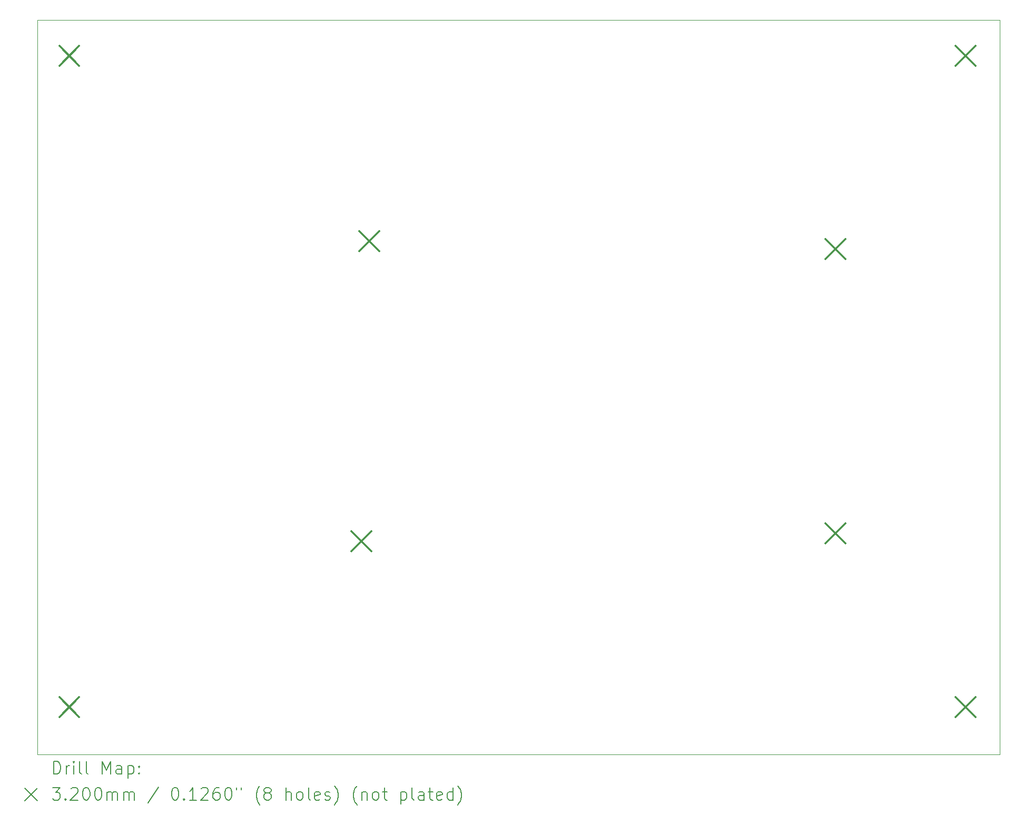
<source format=gbr>
%TF.GenerationSoftware,KiCad,Pcbnew,8.0.2-rc1*%
%TF.CreationDate,2024-08-28T13:59:43+02:00*%
%TF.ProjectId,Carte-Principale,43617274-652d-4507-9269-6e636970616c,rev?*%
%TF.SameCoordinates,Original*%
%TF.FileFunction,Drillmap*%
%TF.FilePolarity,Positive*%
%FSLAX45Y45*%
G04 Gerber Fmt 4.5, Leading zero omitted, Abs format (unit mm)*
G04 Created by KiCad (PCBNEW 8.0.2-rc1) date 2024-08-28 13:59:43*
%MOMM*%
%LPD*%
G01*
G04 APERTURE LIST*
%ADD10C,0.050000*%
%ADD11C,0.200000*%
%ADD12C,0.320000*%
G04 APERTURE END LIST*
D10*
X5588000Y-2921000D02*
X21052000Y-2921000D01*
X21052000Y-14732000D01*
X5588000Y-14732000D01*
X5588000Y-2921000D01*
D11*
D12*
X5936000Y-3340000D02*
X6256000Y-3660000D01*
X6256000Y-3340000D02*
X5936000Y-3660000D01*
X5936000Y-13810000D02*
X6256000Y-14130000D01*
X6256000Y-13810000D02*
X5936000Y-14130000D01*
X10634500Y-11143000D02*
X10954500Y-11463000D01*
X10954500Y-11143000D02*
X10634500Y-11463000D01*
X10761500Y-6317000D02*
X11081500Y-6637000D01*
X11081500Y-6317000D02*
X10761500Y-6637000D01*
X18254500Y-6444000D02*
X18574500Y-6764000D01*
X18574500Y-6444000D02*
X18254500Y-6764000D01*
X18254500Y-11016000D02*
X18574500Y-11336000D01*
X18574500Y-11016000D02*
X18254500Y-11336000D01*
X20340000Y-3340000D02*
X20660000Y-3660000D01*
X20660000Y-3340000D02*
X20340000Y-3660000D01*
X20340000Y-13810000D02*
X20660000Y-14130000D01*
X20660000Y-13810000D02*
X20340000Y-14130000D01*
D11*
X5846277Y-15045984D02*
X5846277Y-14845984D01*
X5846277Y-14845984D02*
X5893896Y-14845984D01*
X5893896Y-14845984D02*
X5922467Y-14855508D01*
X5922467Y-14855508D02*
X5941515Y-14874555D01*
X5941515Y-14874555D02*
X5951039Y-14893603D01*
X5951039Y-14893603D02*
X5960562Y-14931698D01*
X5960562Y-14931698D02*
X5960562Y-14960269D01*
X5960562Y-14960269D02*
X5951039Y-14998365D01*
X5951039Y-14998365D02*
X5941515Y-15017412D01*
X5941515Y-15017412D02*
X5922467Y-15036460D01*
X5922467Y-15036460D02*
X5893896Y-15045984D01*
X5893896Y-15045984D02*
X5846277Y-15045984D01*
X6046277Y-15045984D02*
X6046277Y-14912650D01*
X6046277Y-14950746D02*
X6055801Y-14931698D01*
X6055801Y-14931698D02*
X6065324Y-14922174D01*
X6065324Y-14922174D02*
X6084372Y-14912650D01*
X6084372Y-14912650D02*
X6103420Y-14912650D01*
X6170086Y-15045984D02*
X6170086Y-14912650D01*
X6170086Y-14845984D02*
X6160562Y-14855508D01*
X6160562Y-14855508D02*
X6170086Y-14865031D01*
X6170086Y-14865031D02*
X6179610Y-14855508D01*
X6179610Y-14855508D02*
X6170086Y-14845984D01*
X6170086Y-14845984D02*
X6170086Y-14865031D01*
X6293896Y-15045984D02*
X6274848Y-15036460D01*
X6274848Y-15036460D02*
X6265324Y-15017412D01*
X6265324Y-15017412D02*
X6265324Y-14845984D01*
X6398658Y-15045984D02*
X6379610Y-15036460D01*
X6379610Y-15036460D02*
X6370086Y-15017412D01*
X6370086Y-15017412D02*
X6370086Y-14845984D01*
X6627229Y-15045984D02*
X6627229Y-14845984D01*
X6627229Y-14845984D02*
X6693896Y-14988841D01*
X6693896Y-14988841D02*
X6760562Y-14845984D01*
X6760562Y-14845984D02*
X6760562Y-15045984D01*
X6941515Y-15045984D02*
X6941515Y-14941222D01*
X6941515Y-14941222D02*
X6931991Y-14922174D01*
X6931991Y-14922174D02*
X6912943Y-14912650D01*
X6912943Y-14912650D02*
X6874848Y-14912650D01*
X6874848Y-14912650D02*
X6855801Y-14922174D01*
X6941515Y-15036460D02*
X6922467Y-15045984D01*
X6922467Y-15045984D02*
X6874848Y-15045984D01*
X6874848Y-15045984D02*
X6855801Y-15036460D01*
X6855801Y-15036460D02*
X6846277Y-15017412D01*
X6846277Y-15017412D02*
X6846277Y-14998365D01*
X6846277Y-14998365D02*
X6855801Y-14979317D01*
X6855801Y-14979317D02*
X6874848Y-14969793D01*
X6874848Y-14969793D02*
X6922467Y-14969793D01*
X6922467Y-14969793D02*
X6941515Y-14960269D01*
X7036753Y-14912650D02*
X7036753Y-15112650D01*
X7036753Y-14922174D02*
X7055801Y-14912650D01*
X7055801Y-14912650D02*
X7093896Y-14912650D01*
X7093896Y-14912650D02*
X7112943Y-14922174D01*
X7112943Y-14922174D02*
X7122467Y-14931698D01*
X7122467Y-14931698D02*
X7131991Y-14950746D01*
X7131991Y-14950746D02*
X7131991Y-15007888D01*
X7131991Y-15007888D02*
X7122467Y-15026936D01*
X7122467Y-15026936D02*
X7112943Y-15036460D01*
X7112943Y-15036460D02*
X7093896Y-15045984D01*
X7093896Y-15045984D02*
X7055801Y-15045984D01*
X7055801Y-15045984D02*
X7036753Y-15036460D01*
X7217705Y-15026936D02*
X7227229Y-15036460D01*
X7227229Y-15036460D02*
X7217705Y-15045984D01*
X7217705Y-15045984D02*
X7208182Y-15036460D01*
X7208182Y-15036460D02*
X7217705Y-15026936D01*
X7217705Y-15026936D02*
X7217705Y-15045984D01*
X7217705Y-14922174D02*
X7227229Y-14931698D01*
X7227229Y-14931698D02*
X7217705Y-14941222D01*
X7217705Y-14941222D02*
X7208182Y-14931698D01*
X7208182Y-14931698D02*
X7217705Y-14922174D01*
X7217705Y-14922174D02*
X7217705Y-14941222D01*
X5385500Y-15274500D02*
X5585500Y-15474500D01*
X5585500Y-15274500D02*
X5385500Y-15474500D01*
X5827229Y-15265984D02*
X5951039Y-15265984D01*
X5951039Y-15265984D02*
X5884372Y-15342174D01*
X5884372Y-15342174D02*
X5912943Y-15342174D01*
X5912943Y-15342174D02*
X5931991Y-15351698D01*
X5931991Y-15351698D02*
X5941515Y-15361222D01*
X5941515Y-15361222D02*
X5951039Y-15380269D01*
X5951039Y-15380269D02*
X5951039Y-15427888D01*
X5951039Y-15427888D02*
X5941515Y-15446936D01*
X5941515Y-15446936D02*
X5931991Y-15456460D01*
X5931991Y-15456460D02*
X5912943Y-15465984D01*
X5912943Y-15465984D02*
X5855801Y-15465984D01*
X5855801Y-15465984D02*
X5836753Y-15456460D01*
X5836753Y-15456460D02*
X5827229Y-15446936D01*
X6036753Y-15446936D02*
X6046277Y-15456460D01*
X6046277Y-15456460D02*
X6036753Y-15465984D01*
X6036753Y-15465984D02*
X6027229Y-15456460D01*
X6027229Y-15456460D02*
X6036753Y-15446936D01*
X6036753Y-15446936D02*
X6036753Y-15465984D01*
X6122467Y-15285031D02*
X6131991Y-15275508D01*
X6131991Y-15275508D02*
X6151039Y-15265984D01*
X6151039Y-15265984D02*
X6198658Y-15265984D01*
X6198658Y-15265984D02*
X6217705Y-15275508D01*
X6217705Y-15275508D02*
X6227229Y-15285031D01*
X6227229Y-15285031D02*
X6236753Y-15304079D01*
X6236753Y-15304079D02*
X6236753Y-15323127D01*
X6236753Y-15323127D02*
X6227229Y-15351698D01*
X6227229Y-15351698D02*
X6112943Y-15465984D01*
X6112943Y-15465984D02*
X6236753Y-15465984D01*
X6360562Y-15265984D02*
X6379610Y-15265984D01*
X6379610Y-15265984D02*
X6398658Y-15275508D01*
X6398658Y-15275508D02*
X6408182Y-15285031D01*
X6408182Y-15285031D02*
X6417705Y-15304079D01*
X6417705Y-15304079D02*
X6427229Y-15342174D01*
X6427229Y-15342174D02*
X6427229Y-15389793D01*
X6427229Y-15389793D02*
X6417705Y-15427888D01*
X6417705Y-15427888D02*
X6408182Y-15446936D01*
X6408182Y-15446936D02*
X6398658Y-15456460D01*
X6398658Y-15456460D02*
X6379610Y-15465984D01*
X6379610Y-15465984D02*
X6360562Y-15465984D01*
X6360562Y-15465984D02*
X6341515Y-15456460D01*
X6341515Y-15456460D02*
X6331991Y-15446936D01*
X6331991Y-15446936D02*
X6322467Y-15427888D01*
X6322467Y-15427888D02*
X6312943Y-15389793D01*
X6312943Y-15389793D02*
X6312943Y-15342174D01*
X6312943Y-15342174D02*
X6322467Y-15304079D01*
X6322467Y-15304079D02*
X6331991Y-15285031D01*
X6331991Y-15285031D02*
X6341515Y-15275508D01*
X6341515Y-15275508D02*
X6360562Y-15265984D01*
X6551039Y-15265984D02*
X6570086Y-15265984D01*
X6570086Y-15265984D02*
X6589134Y-15275508D01*
X6589134Y-15275508D02*
X6598658Y-15285031D01*
X6598658Y-15285031D02*
X6608182Y-15304079D01*
X6608182Y-15304079D02*
X6617705Y-15342174D01*
X6617705Y-15342174D02*
X6617705Y-15389793D01*
X6617705Y-15389793D02*
X6608182Y-15427888D01*
X6608182Y-15427888D02*
X6598658Y-15446936D01*
X6598658Y-15446936D02*
X6589134Y-15456460D01*
X6589134Y-15456460D02*
X6570086Y-15465984D01*
X6570086Y-15465984D02*
X6551039Y-15465984D01*
X6551039Y-15465984D02*
X6531991Y-15456460D01*
X6531991Y-15456460D02*
X6522467Y-15446936D01*
X6522467Y-15446936D02*
X6512943Y-15427888D01*
X6512943Y-15427888D02*
X6503420Y-15389793D01*
X6503420Y-15389793D02*
X6503420Y-15342174D01*
X6503420Y-15342174D02*
X6512943Y-15304079D01*
X6512943Y-15304079D02*
X6522467Y-15285031D01*
X6522467Y-15285031D02*
X6531991Y-15275508D01*
X6531991Y-15275508D02*
X6551039Y-15265984D01*
X6703420Y-15465984D02*
X6703420Y-15332650D01*
X6703420Y-15351698D02*
X6712943Y-15342174D01*
X6712943Y-15342174D02*
X6731991Y-15332650D01*
X6731991Y-15332650D02*
X6760563Y-15332650D01*
X6760563Y-15332650D02*
X6779610Y-15342174D01*
X6779610Y-15342174D02*
X6789134Y-15361222D01*
X6789134Y-15361222D02*
X6789134Y-15465984D01*
X6789134Y-15361222D02*
X6798658Y-15342174D01*
X6798658Y-15342174D02*
X6817705Y-15332650D01*
X6817705Y-15332650D02*
X6846277Y-15332650D01*
X6846277Y-15332650D02*
X6865324Y-15342174D01*
X6865324Y-15342174D02*
X6874848Y-15361222D01*
X6874848Y-15361222D02*
X6874848Y-15465984D01*
X6970086Y-15465984D02*
X6970086Y-15332650D01*
X6970086Y-15351698D02*
X6979610Y-15342174D01*
X6979610Y-15342174D02*
X6998658Y-15332650D01*
X6998658Y-15332650D02*
X7027229Y-15332650D01*
X7027229Y-15332650D02*
X7046277Y-15342174D01*
X7046277Y-15342174D02*
X7055801Y-15361222D01*
X7055801Y-15361222D02*
X7055801Y-15465984D01*
X7055801Y-15361222D02*
X7065324Y-15342174D01*
X7065324Y-15342174D02*
X7084372Y-15332650D01*
X7084372Y-15332650D02*
X7112943Y-15332650D01*
X7112943Y-15332650D02*
X7131991Y-15342174D01*
X7131991Y-15342174D02*
X7141515Y-15361222D01*
X7141515Y-15361222D02*
X7141515Y-15465984D01*
X7531991Y-15256460D02*
X7360563Y-15513603D01*
X7789134Y-15265984D02*
X7808182Y-15265984D01*
X7808182Y-15265984D02*
X7827229Y-15275508D01*
X7827229Y-15275508D02*
X7836753Y-15285031D01*
X7836753Y-15285031D02*
X7846277Y-15304079D01*
X7846277Y-15304079D02*
X7855801Y-15342174D01*
X7855801Y-15342174D02*
X7855801Y-15389793D01*
X7855801Y-15389793D02*
X7846277Y-15427888D01*
X7846277Y-15427888D02*
X7836753Y-15446936D01*
X7836753Y-15446936D02*
X7827229Y-15456460D01*
X7827229Y-15456460D02*
X7808182Y-15465984D01*
X7808182Y-15465984D02*
X7789134Y-15465984D01*
X7789134Y-15465984D02*
X7770086Y-15456460D01*
X7770086Y-15456460D02*
X7760563Y-15446936D01*
X7760563Y-15446936D02*
X7751039Y-15427888D01*
X7751039Y-15427888D02*
X7741515Y-15389793D01*
X7741515Y-15389793D02*
X7741515Y-15342174D01*
X7741515Y-15342174D02*
X7751039Y-15304079D01*
X7751039Y-15304079D02*
X7760563Y-15285031D01*
X7760563Y-15285031D02*
X7770086Y-15275508D01*
X7770086Y-15275508D02*
X7789134Y-15265984D01*
X7941515Y-15446936D02*
X7951039Y-15456460D01*
X7951039Y-15456460D02*
X7941515Y-15465984D01*
X7941515Y-15465984D02*
X7931991Y-15456460D01*
X7931991Y-15456460D02*
X7941515Y-15446936D01*
X7941515Y-15446936D02*
X7941515Y-15465984D01*
X8141515Y-15465984D02*
X8027229Y-15465984D01*
X8084372Y-15465984D02*
X8084372Y-15265984D01*
X8084372Y-15265984D02*
X8065325Y-15294555D01*
X8065325Y-15294555D02*
X8046277Y-15313603D01*
X8046277Y-15313603D02*
X8027229Y-15323127D01*
X8217706Y-15285031D02*
X8227229Y-15275508D01*
X8227229Y-15275508D02*
X8246277Y-15265984D01*
X8246277Y-15265984D02*
X8293896Y-15265984D01*
X8293896Y-15265984D02*
X8312944Y-15275508D01*
X8312944Y-15275508D02*
X8322467Y-15285031D01*
X8322467Y-15285031D02*
X8331991Y-15304079D01*
X8331991Y-15304079D02*
X8331991Y-15323127D01*
X8331991Y-15323127D02*
X8322467Y-15351698D01*
X8322467Y-15351698D02*
X8208182Y-15465984D01*
X8208182Y-15465984D02*
X8331991Y-15465984D01*
X8503420Y-15265984D02*
X8465325Y-15265984D01*
X8465325Y-15265984D02*
X8446277Y-15275508D01*
X8446277Y-15275508D02*
X8436753Y-15285031D01*
X8436753Y-15285031D02*
X8417706Y-15313603D01*
X8417706Y-15313603D02*
X8408182Y-15351698D01*
X8408182Y-15351698D02*
X8408182Y-15427888D01*
X8408182Y-15427888D02*
X8417706Y-15446936D01*
X8417706Y-15446936D02*
X8427229Y-15456460D01*
X8427229Y-15456460D02*
X8446277Y-15465984D01*
X8446277Y-15465984D02*
X8484372Y-15465984D01*
X8484372Y-15465984D02*
X8503420Y-15456460D01*
X8503420Y-15456460D02*
X8512944Y-15446936D01*
X8512944Y-15446936D02*
X8522468Y-15427888D01*
X8522468Y-15427888D02*
X8522468Y-15380269D01*
X8522468Y-15380269D02*
X8512944Y-15361222D01*
X8512944Y-15361222D02*
X8503420Y-15351698D01*
X8503420Y-15351698D02*
X8484372Y-15342174D01*
X8484372Y-15342174D02*
X8446277Y-15342174D01*
X8446277Y-15342174D02*
X8427229Y-15351698D01*
X8427229Y-15351698D02*
X8417706Y-15361222D01*
X8417706Y-15361222D02*
X8408182Y-15380269D01*
X8646277Y-15265984D02*
X8665325Y-15265984D01*
X8665325Y-15265984D02*
X8684372Y-15275508D01*
X8684372Y-15275508D02*
X8693896Y-15285031D01*
X8693896Y-15285031D02*
X8703420Y-15304079D01*
X8703420Y-15304079D02*
X8712944Y-15342174D01*
X8712944Y-15342174D02*
X8712944Y-15389793D01*
X8712944Y-15389793D02*
X8703420Y-15427888D01*
X8703420Y-15427888D02*
X8693896Y-15446936D01*
X8693896Y-15446936D02*
X8684372Y-15456460D01*
X8684372Y-15456460D02*
X8665325Y-15465984D01*
X8665325Y-15465984D02*
X8646277Y-15465984D01*
X8646277Y-15465984D02*
X8627229Y-15456460D01*
X8627229Y-15456460D02*
X8617706Y-15446936D01*
X8617706Y-15446936D02*
X8608182Y-15427888D01*
X8608182Y-15427888D02*
X8598658Y-15389793D01*
X8598658Y-15389793D02*
X8598658Y-15342174D01*
X8598658Y-15342174D02*
X8608182Y-15304079D01*
X8608182Y-15304079D02*
X8617706Y-15285031D01*
X8617706Y-15285031D02*
X8627229Y-15275508D01*
X8627229Y-15275508D02*
X8646277Y-15265984D01*
X8789134Y-15265984D02*
X8789134Y-15304079D01*
X8865325Y-15265984D02*
X8865325Y-15304079D01*
X9160563Y-15542174D02*
X9151039Y-15532650D01*
X9151039Y-15532650D02*
X9131991Y-15504079D01*
X9131991Y-15504079D02*
X9122468Y-15485031D01*
X9122468Y-15485031D02*
X9112944Y-15456460D01*
X9112944Y-15456460D02*
X9103420Y-15408841D01*
X9103420Y-15408841D02*
X9103420Y-15370746D01*
X9103420Y-15370746D02*
X9112944Y-15323127D01*
X9112944Y-15323127D02*
X9122468Y-15294555D01*
X9122468Y-15294555D02*
X9131991Y-15275508D01*
X9131991Y-15275508D02*
X9151039Y-15246936D01*
X9151039Y-15246936D02*
X9160563Y-15237412D01*
X9265325Y-15351698D02*
X9246277Y-15342174D01*
X9246277Y-15342174D02*
X9236753Y-15332650D01*
X9236753Y-15332650D02*
X9227230Y-15313603D01*
X9227230Y-15313603D02*
X9227230Y-15304079D01*
X9227230Y-15304079D02*
X9236753Y-15285031D01*
X9236753Y-15285031D02*
X9246277Y-15275508D01*
X9246277Y-15275508D02*
X9265325Y-15265984D01*
X9265325Y-15265984D02*
X9303420Y-15265984D01*
X9303420Y-15265984D02*
X9322468Y-15275508D01*
X9322468Y-15275508D02*
X9331991Y-15285031D01*
X9331991Y-15285031D02*
X9341515Y-15304079D01*
X9341515Y-15304079D02*
X9341515Y-15313603D01*
X9341515Y-15313603D02*
X9331991Y-15332650D01*
X9331991Y-15332650D02*
X9322468Y-15342174D01*
X9322468Y-15342174D02*
X9303420Y-15351698D01*
X9303420Y-15351698D02*
X9265325Y-15351698D01*
X9265325Y-15351698D02*
X9246277Y-15361222D01*
X9246277Y-15361222D02*
X9236753Y-15370746D01*
X9236753Y-15370746D02*
X9227230Y-15389793D01*
X9227230Y-15389793D02*
X9227230Y-15427888D01*
X9227230Y-15427888D02*
X9236753Y-15446936D01*
X9236753Y-15446936D02*
X9246277Y-15456460D01*
X9246277Y-15456460D02*
X9265325Y-15465984D01*
X9265325Y-15465984D02*
X9303420Y-15465984D01*
X9303420Y-15465984D02*
X9322468Y-15456460D01*
X9322468Y-15456460D02*
X9331991Y-15446936D01*
X9331991Y-15446936D02*
X9341515Y-15427888D01*
X9341515Y-15427888D02*
X9341515Y-15389793D01*
X9341515Y-15389793D02*
X9331991Y-15370746D01*
X9331991Y-15370746D02*
X9322468Y-15361222D01*
X9322468Y-15361222D02*
X9303420Y-15351698D01*
X9579611Y-15465984D02*
X9579611Y-15265984D01*
X9665325Y-15465984D02*
X9665325Y-15361222D01*
X9665325Y-15361222D02*
X9655801Y-15342174D01*
X9655801Y-15342174D02*
X9636753Y-15332650D01*
X9636753Y-15332650D02*
X9608182Y-15332650D01*
X9608182Y-15332650D02*
X9589134Y-15342174D01*
X9589134Y-15342174D02*
X9579611Y-15351698D01*
X9789134Y-15465984D02*
X9770087Y-15456460D01*
X9770087Y-15456460D02*
X9760563Y-15446936D01*
X9760563Y-15446936D02*
X9751039Y-15427888D01*
X9751039Y-15427888D02*
X9751039Y-15370746D01*
X9751039Y-15370746D02*
X9760563Y-15351698D01*
X9760563Y-15351698D02*
X9770087Y-15342174D01*
X9770087Y-15342174D02*
X9789134Y-15332650D01*
X9789134Y-15332650D02*
X9817706Y-15332650D01*
X9817706Y-15332650D02*
X9836753Y-15342174D01*
X9836753Y-15342174D02*
X9846277Y-15351698D01*
X9846277Y-15351698D02*
X9855801Y-15370746D01*
X9855801Y-15370746D02*
X9855801Y-15427888D01*
X9855801Y-15427888D02*
X9846277Y-15446936D01*
X9846277Y-15446936D02*
X9836753Y-15456460D01*
X9836753Y-15456460D02*
X9817706Y-15465984D01*
X9817706Y-15465984D02*
X9789134Y-15465984D01*
X9970087Y-15465984D02*
X9951039Y-15456460D01*
X9951039Y-15456460D02*
X9941515Y-15437412D01*
X9941515Y-15437412D02*
X9941515Y-15265984D01*
X10122468Y-15456460D02*
X10103420Y-15465984D01*
X10103420Y-15465984D02*
X10065325Y-15465984D01*
X10065325Y-15465984D02*
X10046277Y-15456460D01*
X10046277Y-15456460D02*
X10036753Y-15437412D01*
X10036753Y-15437412D02*
X10036753Y-15361222D01*
X10036753Y-15361222D02*
X10046277Y-15342174D01*
X10046277Y-15342174D02*
X10065325Y-15332650D01*
X10065325Y-15332650D02*
X10103420Y-15332650D01*
X10103420Y-15332650D02*
X10122468Y-15342174D01*
X10122468Y-15342174D02*
X10131992Y-15361222D01*
X10131992Y-15361222D02*
X10131992Y-15380269D01*
X10131992Y-15380269D02*
X10036753Y-15399317D01*
X10208182Y-15456460D02*
X10227230Y-15465984D01*
X10227230Y-15465984D02*
X10265325Y-15465984D01*
X10265325Y-15465984D02*
X10284373Y-15456460D01*
X10284373Y-15456460D02*
X10293896Y-15437412D01*
X10293896Y-15437412D02*
X10293896Y-15427888D01*
X10293896Y-15427888D02*
X10284373Y-15408841D01*
X10284373Y-15408841D02*
X10265325Y-15399317D01*
X10265325Y-15399317D02*
X10236753Y-15399317D01*
X10236753Y-15399317D02*
X10217706Y-15389793D01*
X10217706Y-15389793D02*
X10208182Y-15370746D01*
X10208182Y-15370746D02*
X10208182Y-15361222D01*
X10208182Y-15361222D02*
X10217706Y-15342174D01*
X10217706Y-15342174D02*
X10236753Y-15332650D01*
X10236753Y-15332650D02*
X10265325Y-15332650D01*
X10265325Y-15332650D02*
X10284373Y-15342174D01*
X10360563Y-15542174D02*
X10370087Y-15532650D01*
X10370087Y-15532650D02*
X10389134Y-15504079D01*
X10389134Y-15504079D02*
X10398658Y-15485031D01*
X10398658Y-15485031D02*
X10408182Y-15456460D01*
X10408182Y-15456460D02*
X10417706Y-15408841D01*
X10417706Y-15408841D02*
X10417706Y-15370746D01*
X10417706Y-15370746D02*
X10408182Y-15323127D01*
X10408182Y-15323127D02*
X10398658Y-15294555D01*
X10398658Y-15294555D02*
X10389134Y-15275508D01*
X10389134Y-15275508D02*
X10370087Y-15246936D01*
X10370087Y-15246936D02*
X10360563Y-15237412D01*
X10722468Y-15542174D02*
X10712944Y-15532650D01*
X10712944Y-15532650D02*
X10693896Y-15504079D01*
X10693896Y-15504079D02*
X10684373Y-15485031D01*
X10684373Y-15485031D02*
X10674849Y-15456460D01*
X10674849Y-15456460D02*
X10665325Y-15408841D01*
X10665325Y-15408841D02*
X10665325Y-15370746D01*
X10665325Y-15370746D02*
X10674849Y-15323127D01*
X10674849Y-15323127D02*
X10684373Y-15294555D01*
X10684373Y-15294555D02*
X10693896Y-15275508D01*
X10693896Y-15275508D02*
X10712944Y-15246936D01*
X10712944Y-15246936D02*
X10722468Y-15237412D01*
X10798658Y-15332650D02*
X10798658Y-15465984D01*
X10798658Y-15351698D02*
X10808182Y-15342174D01*
X10808182Y-15342174D02*
X10827230Y-15332650D01*
X10827230Y-15332650D02*
X10855801Y-15332650D01*
X10855801Y-15332650D02*
X10874849Y-15342174D01*
X10874849Y-15342174D02*
X10884373Y-15361222D01*
X10884373Y-15361222D02*
X10884373Y-15465984D01*
X11008182Y-15465984D02*
X10989134Y-15456460D01*
X10989134Y-15456460D02*
X10979611Y-15446936D01*
X10979611Y-15446936D02*
X10970087Y-15427888D01*
X10970087Y-15427888D02*
X10970087Y-15370746D01*
X10970087Y-15370746D02*
X10979611Y-15351698D01*
X10979611Y-15351698D02*
X10989134Y-15342174D01*
X10989134Y-15342174D02*
X11008182Y-15332650D01*
X11008182Y-15332650D02*
X11036754Y-15332650D01*
X11036754Y-15332650D02*
X11055801Y-15342174D01*
X11055801Y-15342174D02*
X11065325Y-15351698D01*
X11065325Y-15351698D02*
X11074849Y-15370746D01*
X11074849Y-15370746D02*
X11074849Y-15427888D01*
X11074849Y-15427888D02*
X11065325Y-15446936D01*
X11065325Y-15446936D02*
X11055801Y-15456460D01*
X11055801Y-15456460D02*
X11036754Y-15465984D01*
X11036754Y-15465984D02*
X11008182Y-15465984D01*
X11131992Y-15332650D02*
X11208182Y-15332650D01*
X11160563Y-15265984D02*
X11160563Y-15437412D01*
X11160563Y-15437412D02*
X11170087Y-15456460D01*
X11170087Y-15456460D02*
X11189134Y-15465984D01*
X11189134Y-15465984D02*
X11208182Y-15465984D01*
X11427230Y-15332650D02*
X11427230Y-15532650D01*
X11427230Y-15342174D02*
X11446277Y-15332650D01*
X11446277Y-15332650D02*
X11484373Y-15332650D01*
X11484373Y-15332650D02*
X11503420Y-15342174D01*
X11503420Y-15342174D02*
X11512944Y-15351698D01*
X11512944Y-15351698D02*
X11522468Y-15370746D01*
X11522468Y-15370746D02*
X11522468Y-15427888D01*
X11522468Y-15427888D02*
X11512944Y-15446936D01*
X11512944Y-15446936D02*
X11503420Y-15456460D01*
X11503420Y-15456460D02*
X11484373Y-15465984D01*
X11484373Y-15465984D02*
X11446277Y-15465984D01*
X11446277Y-15465984D02*
X11427230Y-15456460D01*
X11636753Y-15465984D02*
X11617706Y-15456460D01*
X11617706Y-15456460D02*
X11608182Y-15437412D01*
X11608182Y-15437412D02*
X11608182Y-15265984D01*
X11798658Y-15465984D02*
X11798658Y-15361222D01*
X11798658Y-15361222D02*
X11789134Y-15342174D01*
X11789134Y-15342174D02*
X11770087Y-15332650D01*
X11770087Y-15332650D02*
X11731992Y-15332650D01*
X11731992Y-15332650D02*
X11712944Y-15342174D01*
X11798658Y-15456460D02*
X11779611Y-15465984D01*
X11779611Y-15465984D02*
X11731992Y-15465984D01*
X11731992Y-15465984D02*
X11712944Y-15456460D01*
X11712944Y-15456460D02*
X11703420Y-15437412D01*
X11703420Y-15437412D02*
X11703420Y-15418365D01*
X11703420Y-15418365D02*
X11712944Y-15399317D01*
X11712944Y-15399317D02*
X11731992Y-15389793D01*
X11731992Y-15389793D02*
X11779611Y-15389793D01*
X11779611Y-15389793D02*
X11798658Y-15380269D01*
X11865325Y-15332650D02*
X11941515Y-15332650D01*
X11893896Y-15265984D02*
X11893896Y-15437412D01*
X11893896Y-15437412D02*
X11903420Y-15456460D01*
X11903420Y-15456460D02*
X11922468Y-15465984D01*
X11922468Y-15465984D02*
X11941515Y-15465984D01*
X12084373Y-15456460D02*
X12065325Y-15465984D01*
X12065325Y-15465984D02*
X12027230Y-15465984D01*
X12027230Y-15465984D02*
X12008182Y-15456460D01*
X12008182Y-15456460D02*
X11998658Y-15437412D01*
X11998658Y-15437412D02*
X11998658Y-15361222D01*
X11998658Y-15361222D02*
X12008182Y-15342174D01*
X12008182Y-15342174D02*
X12027230Y-15332650D01*
X12027230Y-15332650D02*
X12065325Y-15332650D01*
X12065325Y-15332650D02*
X12084373Y-15342174D01*
X12084373Y-15342174D02*
X12093896Y-15361222D01*
X12093896Y-15361222D02*
X12093896Y-15380269D01*
X12093896Y-15380269D02*
X11998658Y-15399317D01*
X12265325Y-15465984D02*
X12265325Y-15265984D01*
X12265325Y-15456460D02*
X12246277Y-15465984D01*
X12246277Y-15465984D02*
X12208182Y-15465984D01*
X12208182Y-15465984D02*
X12189134Y-15456460D01*
X12189134Y-15456460D02*
X12179611Y-15446936D01*
X12179611Y-15446936D02*
X12170087Y-15427888D01*
X12170087Y-15427888D02*
X12170087Y-15370746D01*
X12170087Y-15370746D02*
X12179611Y-15351698D01*
X12179611Y-15351698D02*
X12189134Y-15342174D01*
X12189134Y-15342174D02*
X12208182Y-15332650D01*
X12208182Y-15332650D02*
X12246277Y-15332650D01*
X12246277Y-15332650D02*
X12265325Y-15342174D01*
X12341515Y-15542174D02*
X12351039Y-15532650D01*
X12351039Y-15532650D02*
X12370087Y-15504079D01*
X12370087Y-15504079D02*
X12379611Y-15485031D01*
X12379611Y-15485031D02*
X12389134Y-15456460D01*
X12389134Y-15456460D02*
X12398658Y-15408841D01*
X12398658Y-15408841D02*
X12398658Y-15370746D01*
X12398658Y-15370746D02*
X12389134Y-15323127D01*
X12389134Y-15323127D02*
X12379611Y-15294555D01*
X12379611Y-15294555D02*
X12370087Y-15275508D01*
X12370087Y-15275508D02*
X12351039Y-15246936D01*
X12351039Y-15246936D02*
X12341515Y-15237412D01*
M02*

</source>
